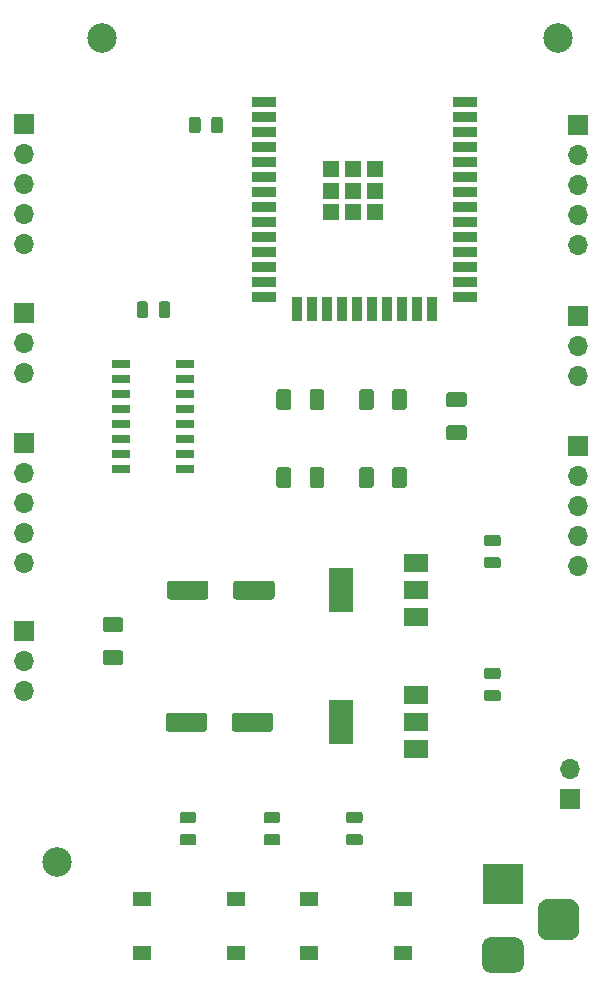
<source format=gbr>
G04 #@! TF.GenerationSoftware,KiCad,Pcbnew,5.1.5+dfsg1-2build2*
G04 #@! TF.CreationDate,2021-12-20T11:22:31-05:00*
G04 #@! TF.ProjectId,pro_SE_DCM,70726f5f-5345-45f4-9443-4d2e6b696361,rev?*
G04 #@! TF.SameCoordinates,Original*
G04 #@! TF.FileFunction,Soldermask,Top*
G04 #@! TF.FilePolarity,Negative*
%FSLAX46Y46*%
G04 Gerber Fmt 4.6, Leading zero omitted, Abs format (unit mm)*
G04 Created by KiCad (PCBNEW 5.1.5+dfsg1-2build2) date 2021-12-20 11:22:31*
%MOMM*%
%LPD*%
G04 APERTURE LIST*
%ADD10C,2.500000*%
%ADD11R,1.550000X1.300000*%
%ADD12C,0.100000*%
%ADD13R,1.700000X1.700000*%
%ADD14O,1.700000X1.700000*%
%ADD15R,3.500000X3.500000*%
%ADD16R,2.000000X3.800000*%
%ADD17R,2.000000X1.500000*%
%ADD18R,2.000000X0.900000*%
%ADD19R,0.900000X2.000000*%
%ADD20R,1.330000X1.330000*%
%ADD21R,1.525000X0.650000*%
G04 APERTURE END LIST*
D10*
X84709000Y-80899000D03*
X80899000Y-150622000D03*
X123317000Y-80899000D03*
D11*
X102197000Y-153833000D03*
X102197000Y-158333000D03*
X110147000Y-158333000D03*
X110147000Y-153833000D03*
X96050000Y-153833000D03*
X96050000Y-158333000D03*
X88100000Y-158333000D03*
X88100000Y-153833000D03*
D12*
G36*
X92428142Y-148279174D02*
G01*
X92451803Y-148282684D01*
X92475007Y-148288496D01*
X92497529Y-148296554D01*
X92519153Y-148306782D01*
X92539670Y-148319079D01*
X92558883Y-148333329D01*
X92576607Y-148349393D01*
X92592671Y-148367117D01*
X92606921Y-148386330D01*
X92619218Y-148406847D01*
X92629446Y-148428471D01*
X92637504Y-148450993D01*
X92643316Y-148474197D01*
X92646826Y-148497858D01*
X92648000Y-148521750D01*
X92648000Y-149009250D01*
X92646826Y-149033142D01*
X92643316Y-149056803D01*
X92637504Y-149080007D01*
X92629446Y-149102529D01*
X92619218Y-149124153D01*
X92606921Y-149144670D01*
X92592671Y-149163883D01*
X92576607Y-149181607D01*
X92558883Y-149197671D01*
X92539670Y-149211921D01*
X92519153Y-149224218D01*
X92497529Y-149234446D01*
X92475007Y-149242504D01*
X92451803Y-149248316D01*
X92428142Y-149251826D01*
X92404250Y-149253000D01*
X91491750Y-149253000D01*
X91467858Y-149251826D01*
X91444197Y-149248316D01*
X91420993Y-149242504D01*
X91398471Y-149234446D01*
X91376847Y-149224218D01*
X91356330Y-149211921D01*
X91337117Y-149197671D01*
X91319393Y-149181607D01*
X91303329Y-149163883D01*
X91289079Y-149144670D01*
X91276782Y-149124153D01*
X91266554Y-149102529D01*
X91258496Y-149080007D01*
X91252684Y-149056803D01*
X91249174Y-149033142D01*
X91248000Y-149009250D01*
X91248000Y-148521750D01*
X91249174Y-148497858D01*
X91252684Y-148474197D01*
X91258496Y-148450993D01*
X91266554Y-148428471D01*
X91276782Y-148406847D01*
X91289079Y-148386330D01*
X91303329Y-148367117D01*
X91319393Y-148349393D01*
X91337117Y-148333329D01*
X91356330Y-148319079D01*
X91376847Y-148306782D01*
X91398471Y-148296554D01*
X91420993Y-148288496D01*
X91444197Y-148282684D01*
X91467858Y-148279174D01*
X91491750Y-148278000D01*
X92404250Y-148278000D01*
X92428142Y-148279174D01*
G37*
G36*
X92428142Y-146404174D02*
G01*
X92451803Y-146407684D01*
X92475007Y-146413496D01*
X92497529Y-146421554D01*
X92519153Y-146431782D01*
X92539670Y-146444079D01*
X92558883Y-146458329D01*
X92576607Y-146474393D01*
X92592671Y-146492117D01*
X92606921Y-146511330D01*
X92619218Y-146531847D01*
X92629446Y-146553471D01*
X92637504Y-146575993D01*
X92643316Y-146599197D01*
X92646826Y-146622858D01*
X92648000Y-146646750D01*
X92648000Y-147134250D01*
X92646826Y-147158142D01*
X92643316Y-147181803D01*
X92637504Y-147205007D01*
X92629446Y-147227529D01*
X92619218Y-147249153D01*
X92606921Y-147269670D01*
X92592671Y-147288883D01*
X92576607Y-147306607D01*
X92558883Y-147322671D01*
X92539670Y-147336921D01*
X92519153Y-147349218D01*
X92497529Y-147359446D01*
X92475007Y-147367504D01*
X92451803Y-147373316D01*
X92428142Y-147376826D01*
X92404250Y-147378000D01*
X91491750Y-147378000D01*
X91467858Y-147376826D01*
X91444197Y-147373316D01*
X91420993Y-147367504D01*
X91398471Y-147359446D01*
X91376847Y-147349218D01*
X91356330Y-147336921D01*
X91337117Y-147322671D01*
X91319393Y-147306607D01*
X91303329Y-147288883D01*
X91289079Y-147269670D01*
X91276782Y-147249153D01*
X91266554Y-147227529D01*
X91258496Y-147205007D01*
X91252684Y-147181803D01*
X91249174Y-147158142D01*
X91248000Y-147134250D01*
X91248000Y-146646750D01*
X91249174Y-146622858D01*
X91252684Y-146599197D01*
X91258496Y-146575993D01*
X91266554Y-146553471D01*
X91276782Y-146531847D01*
X91289079Y-146511330D01*
X91303329Y-146492117D01*
X91319393Y-146474393D01*
X91337117Y-146458329D01*
X91356330Y-146444079D01*
X91376847Y-146431782D01*
X91398471Y-146421554D01*
X91420993Y-146413496D01*
X91444197Y-146407684D01*
X91467858Y-146404174D01*
X91491750Y-146403000D01*
X92404250Y-146403000D01*
X92428142Y-146404174D01*
G37*
G36*
X106525142Y-148279174D02*
G01*
X106548803Y-148282684D01*
X106572007Y-148288496D01*
X106594529Y-148296554D01*
X106616153Y-148306782D01*
X106636670Y-148319079D01*
X106655883Y-148333329D01*
X106673607Y-148349393D01*
X106689671Y-148367117D01*
X106703921Y-148386330D01*
X106716218Y-148406847D01*
X106726446Y-148428471D01*
X106734504Y-148450993D01*
X106740316Y-148474197D01*
X106743826Y-148497858D01*
X106745000Y-148521750D01*
X106745000Y-149009250D01*
X106743826Y-149033142D01*
X106740316Y-149056803D01*
X106734504Y-149080007D01*
X106726446Y-149102529D01*
X106716218Y-149124153D01*
X106703921Y-149144670D01*
X106689671Y-149163883D01*
X106673607Y-149181607D01*
X106655883Y-149197671D01*
X106636670Y-149211921D01*
X106616153Y-149224218D01*
X106594529Y-149234446D01*
X106572007Y-149242504D01*
X106548803Y-149248316D01*
X106525142Y-149251826D01*
X106501250Y-149253000D01*
X105588750Y-149253000D01*
X105564858Y-149251826D01*
X105541197Y-149248316D01*
X105517993Y-149242504D01*
X105495471Y-149234446D01*
X105473847Y-149224218D01*
X105453330Y-149211921D01*
X105434117Y-149197671D01*
X105416393Y-149181607D01*
X105400329Y-149163883D01*
X105386079Y-149144670D01*
X105373782Y-149124153D01*
X105363554Y-149102529D01*
X105355496Y-149080007D01*
X105349684Y-149056803D01*
X105346174Y-149033142D01*
X105345000Y-149009250D01*
X105345000Y-148521750D01*
X105346174Y-148497858D01*
X105349684Y-148474197D01*
X105355496Y-148450993D01*
X105363554Y-148428471D01*
X105373782Y-148406847D01*
X105386079Y-148386330D01*
X105400329Y-148367117D01*
X105416393Y-148349393D01*
X105434117Y-148333329D01*
X105453330Y-148319079D01*
X105473847Y-148306782D01*
X105495471Y-148296554D01*
X105517993Y-148288496D01*
X105541197Y-148282684D01*
X105564858Y-148279174D01*
X105588750Y-148278000D01*
X106501250Y-148278000D01*
X106525142Y-148279174D01*
G37*
G36*
X106525142Y-146404174D02*
G01*
X106548803Y-146407684D01*
X106572007Y-146413496D01*
X106594529Y-146421554D01*
X106616153Y-146431782D01*
X106636670Y-146444079D01*
X106655883Y-146458329D01*
X106673607Y-146474393D01*
X106689671Y-146492117D01*
X106703921Y-146511330D01*
X106716218Y-146531847D01*
X106726446Y-146553471D01*
X106734504Y-146575993D01*
X106740316Y-146599197D01*
X106743826Y-146622858D01*
X106745000Y-146646750D01*
X106745000Y-147134250D01*
X106743826Y-147158142D01*
X106740316Y-147181803D01*
X106734504Y-147205007D01*
X106726446Y-147227529D01*
X106716218Y-147249153D01*
X106703921Y-147269670D01*
X106689671Y-147288883D01*
X106673607Y-147306607D01*
X106655883Y-147322671D01*
X106636670Y-147336921D01*
X106616153Y-147349218D01*
X106594529Y-147359446D01*
X106572007Y-147367504D01*
X106548803Y-147373316D01*
X106525142Y-147376826D01*
X106501250Y-147378000D01*
X105588750Y-147378000D01*
X105564858Y-147376826D01*
X105541197Y-147373316D01*
X105517993Y-147367504D01*
X105495471Y-147359446D01*
X105473847Y-147349218D01*
X105453330Y-147336921D01*
X105434117Y-147322671D01*
X105416393Y-147306607D01*
X105400329Y-147288883D01*
X105386079Y-147269670D01*
X105373782Y-147249153D01*
X105363554Y-147227529D01*
X105355496Y-147205007D01*
X105349684Y-147181803D01*
X105346174Y-147158142D01*
X105345000Y-147134250D01*
X105345000Y-146646750D01*
X105346174Y-146622858D01*
X105349684Y-146599197D01*
X105355496Y-146575993D01*
X105363554Y-146553471D01*
X105373782Y-146531847D01*
X105386079Y-146511330D01*
X105400329Y-146492117D01*
X105416393Y-146474393D01*
X105434117Y-146458329D01*
X105453330Y-146444079D01*
X105473847Y-146431782D01*
X105495471Y-146421554D01*
X105517993Y-146413496D01*
X105541197Y-146407684D01*
X105564858Y-146404174D01*
X105588750Y-146403000D01*
X106501250Y-146403000D01*
X106525142Y-146404174D01*
G37*
G36*
X99540142Y-146404174D02*
G01*
X99563803Y-146407684D01*
X99587007Y-146413496D01*
X99609529Y-146421554D01*
X99631153Y-146431782D01*
X99651670Y-146444079D01*
X99670883Y-146458329D01*
X99688607Y-146474393D01*
X99704671Y-146492117D01*
X99718921Y-146511330D01*
X99731218Y-146531847D01*
X99741446Y-146553471D01*
X99749504Y-146575993D01*
X99755316Y-146599197D01*
X99758826Y-146622858D01*
X99760000Y-146646750D01*
X99760000Y-147134250D01*
X99758826Y-147158142D01*
X99755316Y-147181803D01*
X99749504Y-147205007D01*
X99741446Y-147227529D01*
X99731218Y-147249153D01*
X99718921Y-147269670D01*
X99704671Y-147288883D01*
X99688607Y-147306607D01*
X99670883Y-147322671D01*
X99651670Y-147336921D01*
X99631153Y-147349218D01*
X99609529Y-147359446D01*
X99587007Y-147367504D01*
X99563803Y-147373316D01*
X99540142Y-147376826D01*
X99516250Y-147378000D01*
X98603750Y-147378000D01*
X98579858Y-147376826D01*
X98556197Y-147373316D01*
X98532993Y-147367504D01*
X98510471Y-147359446D01*
X98488847Y-147349218D01*
X98468330Y-147336921D01*
X98449117Y-147322671D01*
X98431393Y-147306607D01*
X98415329Y-147288883D01*
X98401079Y-147269670D01*
X98388782Y-147249153D01*
X98378554Y-147227529D01*
X98370496Y-147205007D01*
X98364684Y-147181803D01*
X98361174Y-147158142D01*
X98360000Y-147134250D01*
X98360000Y-146646750D01*
X98361174Y-146622858D01*
X98364684Y-146599197D01*
X98370496Y-146575993D01*
X98378554Y-146553471D01*
X98388782Y-146531847D01*
X98401079Y-146511330D01*
X98415329Y-146492117D01*
X98431393Y-146474393D01*
X98449117Y-146458329D01*
X98468330Y-146444079D01*
X98488847Y-146431782D01*
X98510471Y-146421554D01*
X98532993Y-146413496D01*
X98556197Y-146407684D01*
X98579858Y-146404174D01*
X98603750Y-146403000D01*
X99516250Y-146403000D01*
X99540142Y-146404174D01*
G37*
G36*
X99540142Y-148279174D02*
G01*
X99563803Y-148282684D01*
X99587007Y-148288496D01*
X99609529Y-148296554D01*
X99631153Y-148306782D01*
X99651670Y-148319079D01*
X99670883Y-148333329D01*
X99688607Y-148349393D01*
X99704671Y-148367117D01*
X99718921Y-148386330D01*
X99731218Y-148406847D01*
X99741446Y-148428471D01*
X99749504Y-148450993D01*
X99755316Y-148474197D01*
X99758826Y-148497858D01*
X99760000Y-148521750D01*
X99760000Y-149009250D01*
X99758826Y-149033142D01*
X99755316Y-149056803D01*
X99749504Y-149080007D01*
X99741446Y-149102529D01*
X99731218Y-149124153D01*
X99718921Y-149144670D01*
X99704671Y-149163883D01*
X99688607Y-149181607D01*
X99670883Y-149197671D01*
X99651670Y-149211921D01*
X99631153Y-149224218D01*
X99609529Y-149234446D01*
X99587007Y-149242504D01*
X99563803Y-149248316D01*
X99540142Y-149251826D01*
X99516250Y-149253000D01*
X98603750Y-149253000D01*
X98579858Y-149251826D01*
X98556197Y-149248316D01*
X98532993Y-149242504D01*
X98510471Y-149234446D01*
X98488847Y-149224218D01*
X98468330Y-149211921D01*
X98449117Y-149197671D01*
X98431393Y-149181607D01*
X98415329Y-149163883D01*
X98401079Y-149144670D01*
X98388782Y-149124153D01*
X98378554Y-149102529D01*
X98370496Y-149080007D01*
X98364684Y-149056803D01*
X98361174Y-149033142D01*
X98360000Y-149009250D01*
X98360000Y-148521750D01*
X98361174Y-148497858D01*
X98364684Y-148474197D01*
X98370496Y-148450993D01*
X98378554Y-148428471D01*
X98388782Y-148406847D01*
X98401079Y-148386330D01*
X98415329Y-148367117D01*
X98431393Y-148349393D01*
X98449117Y-148333329D01*
X98468330Y-148319079D01*
X98488847Y-148306782D01*
X98510471Y-148296554D01*
X98532993Y-148288496D01*
X98556197Y-148282684D01*
X98579858Y-148279174D01*
X98603750Y-148278000D01*
X99516250Y-148278000D01*
X99540142Y-148279174D01*
G37*
G36*
X118209142Y-134212174D02*
G01*
X118232803Y-134215684D01*
X118256007Y-134221496D01*
X118278529Y-134229554D01*
X118300153Y-134239782D01*
X118320670Y-134252079D01*
X118339883Y-134266329D01*
X118357607Y-134282393D01*
X118373671Y-134300117D01*
X118387921Y-134319330D01*
X118400218Y-134339847D01*
X118410446Y-134361471D01*
X118418504Y-134383993D01*
X118424316Y-134407197D01*
X118427826Y-134430858D01*
X118429000Y-134454750D01*
X118429000Y-134942250D01*
X118427826Y-134966142D01*
X118424316Y-134989803D01*
X118418504Y-135013007D01*
X118410446Y-135035529D01*
X118400218Y-135057153D01*
X118387921Y-135077670D01*
X118373671Y-135096883D01*
X118357607Y-135114607D01*
X118339883Y-135130671D01*
X118320670Y-135144921D01*
X118300153Y-135157218D01*
X118278529Y-135167446D01*
X118256007Y-135175504D01*
X118232803Y-135181316D01*
X118209142Y-135184826D01*
X118185250Y-135186000D01*
X117272750Y-135186000D01*
X117248858Y-135184826D01*
X117225197Y-135181316D01*
X117201993Y-135175504D01*
X117179471Y-135167446D01*
X117157847Y-135157218D01*
X117137330Y-135144921D01*
X117118117Y-135130671D01*
X117100393Y-135114607D01*
X117084329Y-135096883D01*
X117070079Y-135077670D01*
X117057782Y-135057153D01*
X117047554Y-135035529D01*
X117039496Y-135013007D01*
X117033684Y-134989803D01*
X117030174Y-134966142D01*
X117029000Y-134942250D01*
X117029000Y-134454750D01*
X117030174Y-134430858D01*
X117033684Y-134407197D01*
X117039496Y-134383993D01*
X117047554Y-134361471D01*
X117057782Y-134339847D01*
X117070079Y-134319330D01*
X117084329Y-134300117D01*
X117100393Y-134282393D01*
X117118117Y-134266329D01*
X117137330Y-134252079D01*
X117157847Y-134239782D01*
X117179471Y-134229554D01*
X117201993Y-134221496D01*
X117225197Y-134215684D01*
X117248858Y-134212174D01*
X117272750Y-134211000D01*
X118185250Y-134211000D01*
X118209142Y-134212174D01*
G37*
G36*
X118209142Y-136087174D02*
G01*
X118232803Y-136090684D01*
X118256007Y-136096496D01*
X118278529Y-136104554D01*
X118300153Y-136114782D01*
X118320670Y-136127079D01*
X118339883Y-136141329D01*
X118357607Y-136157393D01*
X118373671Y-136175117D01*
X118387921Y-136194330D01*
X118400218Y-136214847D01*
X118410446Y-136236471D01*
X118418504Y-136258993D01*
X118424316Y-136282197D01*
X118427826Y-136305858D01*
X118429000Y-136329750D01*
X118429000Y-136817250D01*
X118427826Y-136841142D01*
X118424316Y-136864803D01*
X118418504Y-136888007D01*
X118410446Y-136910529D01*
X118400218Y-136932153D01*
X118387921Y-136952670D01*
X118373671Y-136971883D01*
X118357607Y-136989607D01*
X118339883Y-137005671D01*
X118320670Y-137019921D01*
X118300153Y-137032218D01*
X118278529Y-137042446D01*
X118256007Y-137050504D01*
X118232803Y-137056316D01*
X118209142Y-137059826D01*
X118185250Y-137061000D01*
X117272750Y-137061000D01*
X117248858Y-137059826D01*
X117225197Y-137056316D01*
X117201993Y-137050504D01*
X117179471Y-137042446D01*
X117157847Y-137032218D01*
X117137330Y-137019921D01*
X117118117Y-137005671D01*
X117100393Y-136989607D01*
X117084329Y-136971883D01*
X117070079Y-136952670D01*
X117057782Y-136932153D01*
X117047554Y-136910529D01*
X117039496Y-136888007D01*
X117033684Y-136864803D01*
X117030174Y-136841142D01*
X117029000Y-136817250D01*
X117029000Y-136329750D01*
X117030174Y-136305858D01*
X117033684Y-136282197D01*
X117039496Y-136258993D01*
X117047554Y-136236471D01*
X117057782Y-136214847D01*
X117070079Y-136194330D01*
X117084329Y-136175117D01*
X117100393Y-136157393D01*
X117118117Y-136141329D01*
X117137330Y-136127079D01*
X117157847Y-136114782D01*
X117179471Y-136104554D01*
X117201993Y-136096496D01*
X117225197Y-136090684D01*
X117248858Y-136087174D01*
X117272750Y-136086000D01*
X118185250Y-136086000D01*
X118209142Y-136087174D01*
G37*
G36*
X93466865Y-126836202D02*
G01*
X93491095Y-126839796D01*
X93514855Y-126845748D01*
X93537918Y-126854000D01*
X93560061Y-126864472D01*
X93581070Y-126877065D01*
X93600745Y-126891657D01*
X93618894Y-126908106D01*
X93635343Y-126926255D01*
X93649935Y-126945930D01*
X93662528Y-126966939D01*
X93673000Y-126989082D01*
X93681252Y-127012145D01*
X93687204Y-127035905D01*
X93690798Y-127060135D01*
X93692000Y-127084600D01*
X93692000Y-128185400D01*
X93690798Y-128209865D01*
X93687204Y-128234095D01*
X93681252Y-128257855D01*
X93673000Y-128280918D01*
X93662528Y-128303061D01*
X93649935Y-128324070D01*
X93635343Y-128343745D01*
X93618894Y-128361894D01*
X93600745Y-128378343D01*
X93581070Y-128392935D01*
X93560061Y-128405528D01*
X93537918Y-128416000D01*
X93514855Y-128424252D01*
X93491095Y-128430204D01*
X93466865Y-128433798D01*
X93442400Y-128435000D01*
X90441600Y-128435000D01*
X90417135Y-128433798D01*
X90392905Y-128430204D01*
X90369145Y-128424252D01*
X90346082Y-128416000D01*
X90323939Y-128405528D01*
X90302930Y-128392935D01*
X90283255Y-128378343D01*
X90265106Y-128361894D01*
X90248657Y-128343745D01*
X90234065Y-128324070D01*
X90221472Y-128303061D01*
X90211000Y-128280918D01*
X90202748Y-128257855D01*
X90196796Y-128234095D01*
X90193202Y-128209865D01*
X90192000Y-128185400D01*
X90192000Y-127084600D01*
X90193202Y-127060135D01*
X90196796Y-127035905D01*
X90202748Y-127012145D01*
X90211000Y-126989082D01*
X90221472Y-126966939D01*
X90234065Y-126945930D01*
X90248657Y-126926255D01*
X90265106Y-126908106D01*
X90283255Y-126891657D01*
X90302930Y-126877065D01*
X90323939Y-126864472D01*
X90346082Y-126854000D01*
X90369145Y-126845748D01*
X90392905Y-126839796D01*
X90417135Y-126836202D01*
X90441600Y-126835000D01*
X93442400Y-126835000D01*
X93466865Y-126836202D01*
G37*
G36*
X99066504Y-126836204D02*
G01*
X99090773Y-126839804D01*
X99114571Y-126845765D01*
X99137671Y-126854030D01*
X99159849Y-126864520D01*
X99180893Y-126877133D01*
X99200598Y-126891747D01*
X99218777Y-126908223D01*
X99235253Y-126926402D01*
X99249867Y-126946107D01*
X99262480Y-126967151D01*
X99272970Y-126989329D01*
X99281235Y-127012429D01*
X99287196Y-127036227D01*
X99290796Y-127060496D01*
X99292000Y-127085000D01*
X99292000Y-128185000D01*
X99290796Y-128209504D01*
X99287196Y-128233773D01*
X99281235Y-128257571D01*
X99272970Y-128280671D01*
X99262480Y-128302849D01*
X99249867Y-128323893D01*
X99235253Y-128343598D01*
X99218777Y-128361777D01*
X99200598Y-128378253D01*
X99180893Y-128392867D01*
X99159849Y-128405480D01*
X99137671Y-128415970D01*
X99114571Y-128424235D01*
X99090773Y-128430196D01*
X99066504Y-128433796D01*
X99042000Y-128435000D01*
X96042000Y-128435000D01*
X96017496Y-128433796D01*
X95993227Y-128430196D01*
X95969429Y-128424235D01*
X95946329Y-128415970D01*
X95924151Y-128405480D01*
X95903107Y-128392867D01*
X95883402Y-128378253D01*
X95865223Y-128361777D01*
X95848747Y-128343598D01*
X95834133Y-128323893D01*
X95821520Y-128302849D01*
X95811030Y-128280671D01*
X95802765Y-128257571D01*
X95796804Y-128233773D01*
X95793204Y-128209504D01*
X95792000Y-128185000D01*
X95792000Y-127085000D01*
X95793204Y-127060496D01*
X95796804Y-127036227D01*
X95802765Y-127012429D01*
X95811030Y-126989329D01*
X95821520Y-126967151D01*
X95834133Y-126946107D01*
X95848747Y-126926402D01*
X95865223Y-126908223D01*
X95883402Y-126891747D01*
X95903107Y-126877133D01*
X95924151Y-126864520D01*
X95946329Y-126854030D01*
X95969429Y-126845765D01*
X95993227Y-126839804D01*
X96017496Y-126836204D01*
X96042000Y-126835000D01*
X99042000Y-126835000D01*
X99066504Y-126836204D01*
G37*
G36*
X118209142Y-122957674D02*
G01*
X118232803Y-122961184D01*
X118256007Y-122966996D01*
X118278529Y-122975054D01*
X118300153Y-122985282D01*
X118320670Y-122997579D01*
X118339883Y-123011829D01*
X118357607Y-123027893D01*
X118373671Y-123045617D01*
X118387921Y-123064830D01*
X118400218Y-123085347D01*
X118410446Y-123106971D01*
X118418504Y-123129493D01*
X118424316Y-123152697D01*
X118427826Y-123176358D01*
X118429000Y-123200250D01*
X118429000Y-123687750D01*
X118427826Y-123711642D01*
X118424316Y-123735303D01*
X118418504Y-123758507D01*
X118410446Y-123781029D01*
X118400218Y-123802653D01*
X118387921Y-123823170D01*
X118373671Y-123842383D01*
X118357607Y-123860107D01*
X118339883Y-123876171D01*
X118320670Y-123890421D01*
X118300153Y-123902718D01*
X118278529Y-123912946D01*
X118256007Y-123921004D01*
X118232803Y-123926816D01*
X118209142Y-123930326D01*
X118185250Y-123931500D01*
X117272750Y-123931500D01*
X117248858Y-123930326D01*
X117225197Y-123926816D01*
X117201993Y-123921004D01*
X117179471Y-123912946D01*
X117157847Y-123902718D01*
X117137330Y-123890421D01*
X117118117Y-123876171D01*
X117100393Y-123860107D01*
X117084329Y-123842383D01*
X117070079Y-123823170D01*
X117057782Y-123802653D01*
X117047554Y-123781029D01*
X117039496Y-123758507D01*
X117033684Y-123735303D01*
X117030174Y-123711642D01*
X117029000Y-123687750D01*
X117029000Y-123200250D01*
X117030174Y-123176358D01*
X117033684Y-123152697D01*
X117039496Y-123129493D01*
X117047554Y-123106971D01*
X117057782Y-123085347D01*
X117070079Y-123064830D01*
X117084329Y-123045617D01*
X117100393Y-123027893D01*
X117118117Y-123011829D01*
X117137330Y-122997579D01*
X117157847Y-122985282D01*
X117179471Y-122975054D01*
X117201993Y-122966996D01*
X117225197Y-122961184D01*
X117248858Y-122957674D01*
X117272750Y-122956500D01*
X118185250Y-122956500D01*
X118209142Y-122957674D01*
G37*
G36*
X118209142Y-124832674D02*
G01*
X118232803Y-124836184D01*
X118256007Y-124841996D01*
X118278529Y-124850054D01*
X118300153Y-124860282D01*
X118320670Y-124872579D01*
X118339883Y-124886829D01*
X118357607Y-124902893D01*
X118373671Y-124920617D01*
X118387921Y-124939830D01*
X118400218Y-124960347D01*
X118410446Y-124981971D01*
X118418504Y-125004493D01*
X118424316Y-125027697D01*
X118427826Y-125051358D01*
X118429000Y-125075250D01*
X118429000Y-125562750D01*
X118427826Y-125586642D01*
X118424316Y-125610303D01*
X118418504Y-125633507D01*
X118410446Y-125656029D01*
X118400218Y-125677653D01*
X118387921Y-125698170D01*
X118373671Y-125717383D01*
X118357607Y-125735107D01*
X118339883Y-125751171D01*
X118320670Y-125765421D01*
X118300153Y-125777718D01*
X118278529Y-125787946D01*
X118256007Y-125796004D01*
X118232803Y-125801816D01*
X118209142Y-125805326D01*
X118185250Y-125806500D01*
X117272750Y-125806500D01*
X117248858Y-125805326D01*
X117225197Y-125801816D01*
X117201993Y-125796004D01*
X117179471Y-125787946D01*
X117157847Y-125777718D01*
X117137330Y-125765421D01*
X117118117Y-125751171D01*
X117100393Y-125735107D01*
X117084329Y-125717383D01*
X117070079Y-125698170D01*
X117057782Y-125677653D01*
X117047554Y-125656029D01*
X117039496Y-125633507D01*
X117033684Y-125610303D01*
X117030174Y-125586642D01*
X117029000Y-125562750D01*
X117029000Y-125075250D01*
X117030174Y-125051358D01*
X117033684Y-125027697D01*
X117039496Y-125004493D01*
X117047554Y-124981971D01*
X117057782Y-124960347D01*
X117070079Y-124939830D01*
X117084329Y-124920617D01*
X117100393Y-124902893D01*
X117118117Y-124886829D01*
X117137330Y-124872579D01*
X117157847Y-124860282D01*
X117179471Y-124850054D01*
X117201993Y-124841996D01*
X117225197Y-124836184D01*
X117248858Y-124832674D01*
X117272750Y-124831500D01*
X118185250Y-124831500D01*
X118209142Y-124832674D01*
G37*
G36*
X98939504Y-138012204D02*
G01*
X98963773Y-138015804D01*
X98987571Y-138021765D01*
X99010671Y-138030030D01*
X99032849Y-138040520D01*
X99053893Y-138053133D01*
X99073598Y-138067747D01*
X99091777Y-138084223D01*
X99108253Y-138102402D01*
X99122867Y-138122107D01*
X99135480Y-138143151D01*
X99145970Y-138165329D01*
X99154235Y-138188429D01*
X99160196Y-138212227D01*
X99163796Y-138236496D01*
X99165000Y-138261000D01*
X99165000Y-139361000D01*
X99163796Y-139385504D01*
X99160196Y-139409773D01*
X99154235Y-139433571D01*
X99145970Y-139456671D01*
X99135480Y-139478849D01*
X99122867Y-139499893D01*
X99108253Y-139519598D01*
X99091777Y-139537777D01*
X99073598Y-139554253D01*
X99053893Y-139568867D01*
X99032849Y-139581480D01*
X99010671Y-139591970D01*
X98987571Y-139600235D01*
X98963773Y-139606196D01*
X98939504Y-139609796D01*
X98915000Y-139611000D01*
X95915000Y-139611000D01*
X95890496Y-139609796D01*
X95866227Y-139606196D01*
X95842429Y-139600235D01*
X95819329Y-139591970D01*
X95797151Y-139581480D01*
X95776107Y-139568867D01*
X95756402Y-139554253D01*
X95738223Y-139537777D01*
X95721747Y-139519598D01*
X95707133Y-139499893D01*
X95694520Y-139478849D01*
X95684030Y-139456671D01*
X95675765Y-139433571D01*
X95669804Y-139409773D01*
X95666204Y-139385504D01*
X95665000Y-139361000D01*
X95665000Y-138261000D01*
X95666204Y-138236496D01*
X95669804Y-138212227D01*
X95675765Y-138188429D01*
X95684030Y-138165329D01*
X95694520Y-138143151D01*
X95707133Y-138122107D01*
X95721747Y-138102402D01*
X95738223Y-138084223D01*
X95756402Y-138067747D01*
X95776107Y-138053133D01*
X95797151Y-138040520D01*
X95819329Y-138030030D01*
X95842429Y-138021765D01*
X95866227Y-138015804D01*
X95890496Y-138012204D01*
X95915000Y-138011000D01*
X98915000Y-138011000D01*
X98939504Y-138012204D01*
G37*
G36*
X93339865Y-138012202D02*
G01*
X93364095Y-138015796D01*
X93387855Y-138021748D01*
X93410918Y-138030000D01*
X93433061Y-138040472D01*
X93454070Y-138053065D01*
X93473745Y-138067657D01*
X93491894Y-138084106D01*
X93508343Y-138102255D01*
X93522935Y-138121930D01*
X93535528Y-138142939D01*
X93546000Y-138165082D01*
X93554252Y-138188145D01*
X93560204Y-138211905D01*
X93563798Y-138236135D01*
X93565000Y-138260600D01*
X93565000Y-139361400D01*
X93563798Y-139385865D01*
X93560204Y-139410095D01*
X93554252Y-139433855D01*
X93546000Y-139456918D01*
X93535528Y-139479061D01*
X93522935Y-139500070D01*
X93508343Y-139519745D01*
X93491894Y-139537894D01*
X93473745Y-139554343D01*
X93454070Y-139568935D01*
X93433061Y-139581528D01*
X93410918Y-139592000D01*
X93387855Y-139600252D01*
X93364095Y-139606204D01*
X93339865Y-139609798D01*
X93315400Y-139611000D01*
X90314600Y-139611000D01*
X90290135Y-139609798D01*
X90265905Y-139606204D01*
X90242145Y-139600252D01*
X90219082Y-139592000D01*
X90196939Y-139581528D01*
X90175930Y-139568935D01*
X90156255Y-139554343D01*
X90138106Y-139537894D01*
X90121657Y-139519745D01*
X90107065Y-139500070D01*
X90094472Y-139479061D01*
X90084000Y-139456918D01*
X90075748Y-139433855D01*
X90069796Y-139410095D01*
X90066202Y-139385865D01*
X90065000Y-139361400D01*
X90065000Y-138260600D01*
X90066202Y-138236135D01*
X90069796Y-138211905D01*
X90075748Y-138188145D01*
X90084000Y-138165082D01*
X90094472Y-138142939D01*
X90107065Y-138121930D01*
X90121657Y-138102255D01*
X90138106Y-138084106D01*
X90156255Y-138067657D01*
X90175930Y-138053065D01*
X90196939Y-138040472D01*
X90219082Y-138030000D01*
X90242145Y-138021748D01*
X90265905Y-138015796D01*
X90290135Y-138012202D01*
X90314600Y-138011000D01*
X93315400Y-138011000D01*
X93339865Y-138012202D01*
G37*
G36*
X88357142Y-103187174D02*
G01*
X88380803Y-103190684D01*
X88404007Y-103196496D01*
X88426529Y-103204554D01*
X88448153Y-103214782D01*
X88468670Y-103227079D01*
X88487883Y-103241329D01*
X88505607Y-103257393D01*
X88521671Y-103275117D01*
X88535921Y-103294330D01*
X88548218Y-103314847D01*
X88558446Y-103336471D01*
X88566504Y-103358993D01*
X88572316Y-103382197D01*
X88575826Y-103405858D01*
X88577000Y-103429750D01*
X88577000Y-104342250D01*
X88575826Y-104366142D01*
X88572316Y-104389803D01*
X88566504Y-104413007D01*
X88558446Y-104435529D01*
X88548218Y-104457153D01*
X88535921Y-104477670D01*
X88521671Y-104496883D01*
X88505607Y-104514607D01*
X88487883Y-104530671D01*
X88468670Y-104544921D01*
X88448153Y-104557218D01*
X88426529Y-104567446D01*
X88404007Y-104575504D01*
X88380803Y-104581316D01*
X88357142Y-104584826D01*
X88333250Y-104586000D01*
X87845750Y-104586000D01*
X87821858Y-104584826D01*
X87798197Y-104581316D01*
X87774993Y-104575504D01*
X87752471Y-104567446D01*
X87730847Y-104557218D01*
X87710330Y-104544921D01*
X87691117Y-104530671D01*
X87673393Y-104514607D01*
X87657329Y-104496883D01*
X87643079Y-104477670D01*
X87630782Y-104457153D01*
X87620554Y-104435529D01*
X87612496Y-104413007D01*
X87606684Y-104389803D01*
X87603174Y-104366142D01*
X87602000Y-104342250D01*
X87602000Y-103429750D01*
X87603174Y-103405858D01*
X87606684Y-103382197D01*
X87612496Y-103358993D01*
X87620554Y-103336471D01*
X87630782Y-103314847D01*
X87643079Y-103294330D01*
X87657329Y-103275117D01*
X87673393Y-103257393D01*
X87691117Y-103241329D01*
X87710330Y-103227079D01*
X87730847Y-103214782D01*
X87752471Y-103204554D01*
X87774993Y-103196496D01*
X87798197Y-103190684D01*
X87821858Y-103187174D01*
X87845750Y-103186000D01*
X88333250Y-103186000D01*
X88357142Y-103187174D01*
G37*
G36*
X90232142Y-103187174D02*
G01*
X90255803Y-103190684D01*
X90279007Y-103196496D01*
X90301529Y-103204554D01*
X90323153Y-103214782D01*
X90343670Y-103227079D01*
X90362883Y-103241329D01*
X90380607Y-103257393D01*
X90396671Y-103275117D01*
X90410921Y-103294330D01*
X90423218Y-103314847D01*
X90433446Y-103336471D01*
X90441504Y-103358993D01*
X90447316Y-103382197D01*
X90450826Y-103405858D01*
X90452000Y-103429750D01*
X90452000Y-104342250D01*
X90450826Y-104366142D01*
X90447316Y-104389803D01*
X90441504Y-104413007D01*
X90433446Y-104435529D01*
X90423218Y-104457153D01*
X90410921Y-104477670D01*
X90396671Y-104496883D01*
X90380607Y-104514607D01*
X90362883Y-104530671D01*
X90343670Y-104544921D01*
X90323153Y-104557218D01*
X90301529Y-104567446D01*
X90279007Y-104575504D01*
X90255803Y-104581316D01*
X90232142Y-104584826D01*
X90208250Y-104586000D01*
X89720750Y-104586000D01*
X89696858Y-104584826D01*
X89673197Y-104581316D01*
X89649993Y-104575504D01*
X89627471Y-104567446D01*
X89605847Y-104557218D01*
X89585330Y-104544921D01*
X89566117Y-104530671D01*
X89548393Y-104514607D01*
X89532329Y-104496883D01*
X89518079Y-104477670D01*
X89505782Y-104457153D01*
X89495554Y-104435529D01*
X89487496Y-104413007D01*
X89481684Y-104389803D01*
X89478174Y-104366142D01*
X89477000Y-104342250D01*
X89477000Y-103429750D01*
X89478174Y-103405858D01*
X89481684Y-103382197D01*
X89487496Y-103358993D01*
X89495554Y-103336471D01*
X89505782Y-103314847D01*
X89518079Y-103294330D01*
X89532329Y-103275117D01*
X89548393Y-103257393D01*
X89566117Y-103241329D01*
X89585330Y-103227079D01*
X89605847Y-103214782D01*
X89627471Y-103204554D01*
X89649993Y-103196496D01*
X89673197Y-103190684D01*
X89696858Y-103187174D01*
X89720750Y-103186000D01*
X90208250Y-103186000D01*
X90232142Y-103187174D01*
G37*
G36*
X110257504Y-117236204D02*
G01*
X110281773Y-117239804D01*
X110305571Y-117245765D01*
X110328671Y-117254030D01*
X110350849Y-117264520D01*
X110371893Y-117277133D01*
X110391598Y-117291747D01*
X110409777Y-117308223D01*
X110426253Y-117326402D01*
X110440867Y-117346107D01*
X110453480Y-117367151D01*
X110463970Y-117389329D01*
X110472235Y-117412429D01*
X110478196Y-117436227D01*
X110481796Y-117460496D01*
X110483000Y-117485000D01*
X110483000Y-118735000D01*
X110481796Y-118759504D01*
X110478196Y-118783773D01*
X110472235Y-118807571D01*
X110463970Y-118830671D01*
X110453480Y-118852849D01*
X110440867Y-118873893D01*
X110426253Y-118893598D01*
X110409777Y-118911777D01*
X110391598Y-118928253D01*
X110371893Y-118942867D01*
X110350849Y-118955480D01*
X110328671Y-118965970D01*
X110305571Y-118974235D01*
X110281773Y-118980196D01*
X110257504Y-118983796D01*
X110233000Y-118985000D01*
X109483000Y-118985000D01*
X109458496Y-118983796D01*
X109434227Y-118980196D01*
X109410429Y-118974235D01*
X109387329Y-118965970D01*
X109365151Y-118955480D01*
X109344107Y-118942867D01*
X109324402Y-118928253D01*
X109306223Y-118911777D01*
X109289747Y-118893598D01*
X109275133Y-118873893D01*
X109262520Y-118852849D01*
X109252030Y-118830671D01*
X109243765Y-118807571D01*
X109237804Y-118783773D01*
X109234204Y-118759504D01*
X109233000Y-118735000D01*
X109233000Y-117485000D01*
X109234204Y-117460496D01*
X109237804Y-117436227D01*
X109243765Y-117412429D01*
X109252030Y-117389329D01*
X109262520Y-117367151D01*
X109275133Y-117346107D01*
X109289747Y-117326402D01*
X109306223Y-117308223D01*
X109324402Y-117291747D01*
X109344107Y-117277133D01*
X109365151Y-117264520D01*
X109387329Y-117254030D01*
X109410429Y-117245765D01*
X109434227Y-117239804D01*
X109458496Y-117236204D01*
X109483000Y-117235000D01*
X110233000Y-117235000D01*
X110257504Y-117236204D01*
G37*
G36*
X107457504Y-117236204D02*
G01*
X107481773Y-117239804D01*
X107505571Y-117245765D01*
X107528671Y-117254030D01*
X107550849Y-117264520D01*
X107571893Y-117277133D01*
X107591598Y-117291747D01*
X107609777Y-117308223D01*
X107626253Y-117326402D01*
X107640867Y-117346107D01*
X107653480Y-117367151D01*
X107663970Y-117389329D01*
X107672235Y-117412429D01*
X107678196Y-117436227D01*
X107681796Y-117460496D01*
X107683000Y-117485000D01*
X107683000Y-118735000D01*
X107681796Y-118759504D01*
X107678196Y-118783773D01*
X107672235Y-118807571D01*
X107663970Y-118830671D01*
X107653480Y-118852849D01*
X107640867Y-118873893D01*
X107626253Y-118893598D01*
X107609777Y-118911777D01*
X107591598Y-118928253D01*
X107571893Y-118942867D01*
X107550849Y-118955480D01*
X107528671Y-118965970D01*
X107505571Y-118974235D01*
X107481773Y-118980196D01*
X107457504Y-118983796D01*
X107433000Y-118985000D01*
X106683000Y-118985000D01*
X106658496Y-118983796D01*
X106634227Y-118980196D01*
X106610429Y-118974235D01*
X106587329Y-118965970D01*
X106565151Y-118955480D01*
X106544107Y-118942867D01*
X106524402Y-118928253D01*
X106506223Y-118911777D01*
X106489747Y-118893598D01*
X106475133Y-118873893D01*
X106462520Y-118852849D01*
X106452030Y-118830671D01*
X106443765Y-118807571D01*
X106437804Y-118783773D01*
X106434204Y-118759504D01*
X106433000Y-118735000D01*
X106433000Y-117485000D01*
X106434204Y-117460496D01*
X106437804Y-117436227D01*
X106443765Y-117412429D01*
X106452030Y-117389329D01*
X106462520Y-117367151D01*
X106475133Y-117346107D01*
X106489747Y-117326402D01*
X106506223Y-117308223D01*
X106524402Y-117291747D01*
X106544107Y-117277133D01*
X106565151Y-117264520D01*
X106587329Y-117254030D01*
X106610429Y-117245765D01*
X106634227Y-117239804D01*
X106658496Y-117236204D01*
X106683000Y-117235000D01*
X107433000Y-117235000D01*
X107457504Y-117236204D01*
G37*
G36*
X103272504Y-110632204D02*
G01*
X103296773Y-110635804D01*
X103320571Y-110641765D01*
X103343671Y-110650030D01*
X103365849Y-110660520D01*
X103386893Y-110673133D01*
X103406598Y-110687747D01*
X103424777Y-110704223D01*
X103441253Y-110722402D01*
X103455867Y-110742107D01*
X103468480Y-110763151D01*
X103478970Y-110785329D01*
X103487235Y-110808429D01*
X103493196Y-110832227D01*
X103496796Y-110856496D01*
X103498000Y-110881000D01*
X103498000Y-112131000D01*
X103496796Y-112155504D01*
X103493196Y-112179773D01*
X103487235Y-112203571D01*
X103478970Y-112226671D01*
X103468480Y-112248849D01*
X103455867Y-112269893D01*
X103441253Y-112289598D01*
X103424777Y-112307777D01*
X103406598Y-112324253D01*
X103386893Y-112338867D01*
X103365849Y-112351480D01*
X103343671Y-112361970D01*
X103320571Y-112370235D01*
X103296773Y-112376196D01*
X103272504Y-112379796D01*
X103248000Y-112381000D01*
X102498000Y-112381000D01*
X102473496Y-112379796D01*
X102449227Y-112376196D01*
X102425429Y-112370235D01*
X102402329Y-112361970D01*
X102380151Y-112351480D01*
X102359107Y-112338867D01*
X102339402Y-112324253D01*
X102321223Y-112307777D01*
X102304747Y-112289598D01*
X102290133Y-112269893D01*
X102277520Y-112248849D01*
X102267030Y-112226671D01*
X102258765Y-112203571D01*
X102252804Y-112179773D01*
X102249204Y-112155504D01*
X102248000Y-112131000D01*
X102248000Y-110881000D01*
X102249204Y-110856496D01*
X102252804Y-110832227D01*
X102258765Y-110808429D01*
X102267030Y-110785329D01*
X102277520Y-110763151D01*
X102290133Y-110742107D01*
X102304747Y-110722402D01*
X102321223Y-110704223D01*
X102339402Y-110687747D01*
X102359107Y-110673133D01*
X102380151Y-110660520D01*
X102402329Y-110650030D01*
X102425429Y-110641765D01*
X102449227Y-110635804D01*
X102473496Y-110632204D01*
X102498000Y-110631000D01*
X103248000Y-110631000D01*
X103272504Y-110632204D01*
G37*
G36*
X100472504Y-110632204D02*
G01*
X100496773Y-110635804D01*
X100520571Y-110641765D01*
X100543671Y-110650030D01*
X100565849Y-110660520D01*
X100586893Y-110673133D01*
X100606598Y-110687747D01*
X100624777Y-110704223D01*
X100641253Y-110722402D01*
X100655867Y-110742107D01*
X100668480Y-110763151D01*
X100678970Y-110785329D01*
X100687235Y-110808429D01*
X100693196Y-110832227D01*
X100696796Y-110856496D01*
X100698000Y-110881000D01*
X100698000Y-112131000D01*
X100696796Y-112155504D01*
X100693196Y-112179773D01*
X100687235Y-112203571D01*
X100678970Y-112226671D01*
X100668480Y-112248849D01*
X100655867Y-112269893D01*
X100641253Y-112289598D01*
X100624777Y-112307777D01*
X100606598Y-112324253D01*
X100586893Y-112338867D01*
X100565849Y-112351480D01*
X100543671Y-112361970D01*
X100520571Y-112370235D01*
X100496773Y-112376196D01*
X100472504Y-112379796D01*
X100448000Y-112381000D01*
X99698000Y-112381000D01*
X99673496Y-112379796D01*
X99649227Y-112376196D01*
X99625429Y-112370235D01*
X99602329Y-112361970D01*
X99580151Y-112351480D01*
X99559107Y-112338867D01*
X99539402Y-112324253D01*
X99521223Y-112307777D01*
X99504747Y-112289598D01*
X99490133Y-112269893D01*
X99477520Y-112248849D01*
X99467030Y-112226671D01*
X99458765Y-112203571D01*
X99452804Y-112179773D01*
X99449204Y-112155504D01*
X99448000Y-112131000D01*
X99448000Y-110881000D01*
X99449204Y-110856496D01*
X99452804Y-110832227D01*
X99458765Y-110808429D01*
X99467030Y-110785329D01*
X99477520Y-110763151D01*
X99490133Y-110742107D01*
X99504747Y-110722402D01*
X99521223Y-110704223D01*
X99539402Y-110687747D01*
X99559107Y-110673133D01*
X99580151Y-110660520D01*
X99602329Y-110650030D01*
X99625429Y-110641765D01*
X99649227Y-110635804D01*
X99673496Y-110632204D01*
X99698000Y-110631000D01*
X100448000Y-110631000D01*
X100472504Y-110632204D01*
G37*
D13*
X124333000Y-145288000D03*
D14*
X124333000Y-142748000D03*
D13*
X78105000Y-115189000D03*
D14*
X78105000Y-117729000D03*
X78105000Y-120269000D03*
X78105000Y-122809000D03*
X78105000Y-125349000D03*
X124968000Y-98425000D03*
X124968000Y-95885000D03*
X124968000Y-93345000D03*
X124968000Y-90805000D03*
D13*
X124968000Y-88265000D03*
D14*
X78105000Y-98298000D03*
X78105000Y-95758000D03*
X78105000Y-93218000D03*
X78105000Y-90678000D03*
D13*
X78105000Y-88138000D03*
D14*
X124968000Y-125603000D03*
X124968000Y-123063000D03*
X124968000Y-120523000D03*
X124968000Y-117983000D03*
D13*
X124968000Y-115443000D03*
D14*
X78105000Y-136144000D03*
X78105000Y-133604000D03*
D13*
X78105000Y-131064000D03*
D14*
X124968000Y-109474000D03*
X124968000Y-106934000D03*
D13*
X124968000Y-104394000D03*
D15*
X118618000Y-152527000D03*
D12*
G36*
X119691513Y-157030611D02*
G01*
X119764318Y-157041411D01*
X119835714Y-157059295D01*
X119905013Y-157084090D01*
X119971548Y-157115559D01*
X120034678Y-157153398D01*
X120093795Y-157197242D01*
X120148330Y-157246670D01*
X120197758Y-157301205D01*
X120241602Y-157360322D01*
X120279441Y-157423452D01*
X120310910Y-157489987D01*
X120335705Y-157559286D01*
X120353589Y-157630682D01*
X120364389Y-157703487D01*
X120368000Y-157777000D01*
X120368000Y-159277000D01*
X120364389Y-159350513D01*
X120353589Y-159423318D01*
X120335705Y-159494714D01*
X120310910Y-159564013D01*
X120279441Y-159630548D01*
X120241602Y-159693678D01*
X120197758Y-159752795D01*
X120148330Y-159807330D01*
X120093795Y-159856758D01*
X120034678Y-159900602D01*
X119971548Y-159938441D01*
X119905013Y-159969910D01*
X119835714Y-159994705D01*
X119764318Y-160012589D01*
X119691513Y-160023389D01*
X119618000Y-160027000D01*
X117618000Y-160027000D01*
X117544487Y-160023389D01*
X117471682Y-160012589D01*
X117400286Y-159994705D01*
X117330987Y-159969910D01*
X117264452Y-159938441D01*
X117201322Y-159900602D01*
X117142205Y-159856758D01*
X117087670Y-159807330D01*
X117038242Y-159752795D01*
X116994398Y-159693678D01*
X116956559Y-159630548D01*
X116925090Y-159564013D01*
X116900295Y-159494714D01*
X116882411Y-159423318D01*
X116871611Y-159350513D01*
X116868000Y-159277000D01*
X116868000Y-157777000D01*
X116871611Y-157703487D01*
X116882411Y-157630682D01*
X116900295Y-157559286D01*
X116925090Y-157489987D01*
X116956559Y-157423452D01*
X116994398Y-157360322D01*
X117038242Y-157301205D01*
X117087670Y-157246670D01*
X117142205Y-157197242D01*
X117201322Y-157153398D01*
X117264452Y-157115559D01*
X117330987Y-157084090D01*
X117400286Y-157059295D01*
X117471682Y-157041411D01*
X117544487Y-157030611D01*
X117618000Y-157027000D01*
X119618000Y-157027000D01*
X119691513Y-157030611D01*
G37*
G36*
X124278765Y-153781213D02*
G01*
X124363704Y-153793813D01*
X124446999Y-153814677D01*
X124527848Y-153843605D01*
X124605472Y-153880319D01*
X124679124Y-153924464D01*
X124748094Y-153975616D01*
X124811718Y-154033282D01*
X124869384Y-154096906D01*
X124920536Y-154165876D01*
X124964681Y-154239528D01*
X125001395Y-154317152D01*
X125030323Y-154398001D01*
X125051187Y-154481296D01*
X125063787Y-154566235D01*
X125068000Y-154652000D01*
X125068000Y-156402000D01*
X125063787Y-156487765D01*
X125051187Y-156572704D01*
X125030323Y-156655999D01*
X125001395Y-156736848D01*
X124964681Y-156814472D01*
X124920536Y-156888124D01*
X124869384Y-156957094D01*
X124811718Y-157020718D01*
X124748094Y-157078384D01*
X124679124Y-157129536D01*
X124605472Y-157173681D01*
X124527848Y-157210395D01*
X124446999Y-157239323D01*
X124363704Y-157260187D01*
X124278765Y-157272787D01*
X124193000Y-157277000D01*
X122443000Y-157277000D01*
X122357235Y-157272787D01*
X122272296Y-157260187D01*
X122189001Y-157239323D01*
X122108152Y-157210395D01*
X122030528Y-157173681D01*
X121956876Y-157129536D01*
X121887906Y-157078384D01*
X121824282Y-157020718D01*
X121766616Y-156957094D01*
X121715464Y-156888124D01*
X121671319Y-156814472D01*
X121634605Y-156736848D01*
X121605677Y-156655999D01*
X121584813Y-156572704D01*
X121572213Y-156487765D01*
X121568000Y-156402000D01*
X121568000Y-154652000D01*
X121572213Y-154566235D01*
X121584813Y-154481296D01*
X121605677Y-154398001D01*
X121634605Y-154317152D01*
X121671319Y-154239528D01*
X121715464Y-154165876D01*
X121766616Y-154096906D01*
X121824282Y-154033282D01*
X121887906Y-153975616D01*
X121956876Y-153924464D01*
X122030528Y-153880319D01*
X122108152Y-153843605D01*
X122189001Y-153814677D01*
X122272296Y-153793813D01*
X122357235Y-153781213D01*
X122443000Y-153777000D01*
X124193000Y-153777000D01*
X124278765Y-153781213D01*
G37*
G36*
X115330504Y-113682204D02*
G01*
X115354773Y-113685804D01*
X115378571Y-113691765D01*
X115401671Y-113700030D01*
X115423849Y-113710520D01*
X115444893Y-113723133D01*
X115464598Y-113737747D01*
X115482777Y-113754223D01*
X115499253Y-113772402D01*
X115513867Y-113792107D01*
X115526480Y-113813151D01*
X115536970Y-113835329D01*
X115545235Y-113858429D01*
X115551196Y-113882227D01*
X115554796Y-113906496D01*
X115556000Y-113931000D01*
X115556000Y-114681000D01*
X115554796Y-114705504D01*
X115551196Y-114729773D01*
X115545235Y-114753571D01*
X115536970Y-114776671D01*
X115526480Y-114798849D01*
X115513867Y-114819893D01*
X115499253Y-114839598D01*
X115482777Y-114857777D01*
X115464598Y-114874253D01*
X115444893Y-114888867D01*
X115423849Y-114901480D01*
X115401671Y-114911970D01*
X115378571Y-114920235D01*
X115354773Y-114926196D01*
X115330504Y-114929796D01*
X115306000Y-114931000D01*
X114056000Y-114931000D01*
X114031496Y-114929796D01*
X114007227Y-114926196D01*
X113983429Y-114920235D01*
X113960329Y-114911970D01*
X113938151Y-114901480D01*
X113917107Y-114888867D01*
X113897402Y-114874253D01*
X113879223Y-114857777D01*
X113862747Y-114839598D01*
X113848133Y-114819893D01*
X113835520Y-114798849D01*
X113825030Y-114776671D01*
X113816765Y-114753571D01*
X113810804Y-114729773D01*
X113807204Y-114705504D01*
X113806000Y-114681000D01*
X113806000Y-113931000D01*
X113807204Y-113906496D01*
X113810804Y-113882227D01*
X113816765Y-113858429D01*
X113825030Y-113835329D01*
X113835520Y-113813151D01*
X113848133Y-113792107D01*
X113862747Y-113772402D01*
X113879223Y-113754223D01*
X113897402Y-113737747D01*
X113917107Y-113723133D01*
X113938151Y-113710520D01*
X113960329Y-113700030D01*
X113983429Y-113691765D01*
X114007227Y-113685804D01*
X114031496Y-113682204D01*
X114056000Y-113681000D01*
X115306000Y-113681000D01*
X115330504Y-113682204D01*
G37*
G36*
X115330504Y-110882204D02*
G01*
X115354773Y-110885804D01*
X115378571Y-110891765D01*
X115401671Y-110900030D01*
X115423849Y-110910520D01*
X115444893Y-110923133D01*
X115464598Y-110937747D01*
X115482777Y-110954223D01*
X115499253Y-110972402D01*
X115513867Y-110992107D01*
X115526480Y-111013151D01*
X115536970Y-111035329D01*
X115545235Y-111058429D01*
X115551196Y-111082227D01*
X115554796Y-111106496D01*
X115556000Y-111131000D01*
X115556000Y-111881000D01*
X115554796Y-111905504D01*
X115551196Y-111929773D01*
X115545235Y-111953571D01*
X115536970Y-111976671D01*
X115526480Y-111998849D01*
X115513867Y-112019893D01*
X115499253Y-112039598D01*
X115482777Y-112057777D01*
X115464598Y-112074253D01*
X115444893Y-112088867D01*
X115423849Y-112101480D01*
X115401671Y-112111970D01*
X115378571Y-112120235D01*
X115354773Y-112126196D01*
X115330504Y-112129796D01*
X115306000Y-112131000D01*
X114056000Y-112131000D01*
X114031496Y-112129796D01*
X114007227Y-112126196D01*
X113983429Y-112120235D01*
X113960329Y-112111970D01*
X113938151Y-112101480D01*
X113917107Y-112088867D01*
X113897402Y-112074253D01*
X113879223Y-112057777D01*
X113862747Y-112039598D01*
X113848133Y-112019893D01*
X113835520Y-111998849D01*
X113825030Y-111976671D01*
X113816765Y-111953571D01*
X113810804Y-111929773D01*
X113807204Y-111905504D01*
X113806000Y-111881000D01*
X113806000Y-111131000D01*
X113807204Y-111106496D01*
X113810804Y-111082227D01*
X113816765Y-111058429D01*
X113825030Y-111035329D01*
X113835520Y-111013151D01*
X113848133Y-110992107D01*
X113862747Y-110972402D01*
X113879223Y-110954223D01*
X113897402Y-110937747D01*
X113917107Y-110923133D01*
X113938151Y-110910520D01*
X113960329Y-110900030D01*
X113983429Y-110891765D01*
X114007227Y-110885804D01*
X114031496Y-110882204D01*
X114056000Y-110881000D01*
X115306000Y-110881000D01*
X115330504Y-110882204D01*
G37*
G36*
X86247504Y-132729204D02*
G01*
X86271773Y-132732804D01*
X86295571Y-132738765D01*
X86318671Y-132747030D01*
X86340849Y-132757520D01*
X86361893Y-132770133D01*
X86381598Y-132784747D01*
X86399777Y-132801223D01*
X86416253Y-132819402D01*
X86430867Y-132839107D01*
X86443480Y-132860151D01*
X86453970Y-132882329D01*
X86462235Y-132905429D01*
X86468196Y-132929227D01*
X86471796Y-132953496D01*
X86473000Y-132978000D01*
X86473000Y-133728000D01*
X86471796Y-133752504D01*
X86468196Y-133776773D01*
X86462235Y-133800571D01*
X86453970Y-133823671D01*
X86443480Y-133845849D01*
X86430867Y-133866893D01*
X86416253Y-133886598D01*
X86399777Y-133904777D01*
X86381598Y-133921253D01*
X86361893Y-133935867D01*
X86340849Y-133948480D01*
X86318671Y-133958970D01*
X86295571Y-133967235D01*
X86271773Y-133973196D01*
X86247504Y-133976796D01*
X86223000Y-133978000D01*
X84973000Y-133978000D01*
X84948496Y-133976796D01*
X84924227Y-133973196D01*
X84900429Y-133967235D01*
X84877329Y-133958970D01*
X84855151Y-133948480D01*
X84834107Y-133935867D01*
X84814402Y-133921253D01*
X84796223Y-133904777D01*
X84779747Y-133886598D01*
X84765133Y-133866893D01*
X84752520Y-133845849D01*
X84742030Y-133823671D01*
X84733765Y-133800571D01*
X84727804Y-133776773D01*
X84724204Y-133752504D01*
X84723000Y-133728000D01*
X84723000Y-132978000D01*
X84724204Y-132953496D01*
X84727804Y-132929227D01*
X84733765Y-132905429D01*
X84742030Y-132882329D01*
X84752520Y-132860151D01*
X84765133Y-132839107D01*
X84779747Y-132819402D01*
X84796223Y-132801223D01*
X84814402Y-132784747D01*
X84834107Y-132770133D01*
X84855151Y-132757520D01*
X84877329Y-132747030D01*
X84900429Y-132738765D01*
X84924227Y-132732804D01*
X84948496Y-132729204D01*
X84973000Y-132728000D01*
X86223000Y-132728000D01*
X86247504Y-132729204D01*
G37*
G36*
X86247504Y-129929204D02*
G01*
X86271773Y-129932804D01*
X86295571Y-129938765D01*
X86318671Y-129947030D01*
X86340849Y-129957520D01*
X86361893Y-129970133D01*
X86381598Y-129984747D01*
X86399777Y-130001223D01*
X86416253Y-130019402D01*
X86430867Y-130039107D01*
X86443480Y-130060151D01*
X86453970Y-130082329D01*
X86462235Y-130105429D01*
X86468196Y-130129227D01*
X86471796Y-130153496D01*
X86473000Y-130178000D01*
X86473000Y-130928000D01*
X86471796Y-130952504D01*
X86468196Y-130976773D01*
X86462235Y-131000571D01*
X86453970Y-131023671D01*
X86443480Y-131045849D01*
X86430867Y-131066893D01*
X86416253Y-131086598D01*
X86399777Y-131104777D01*
X86381598Y-131121253D01*
X86361893Y-131135867D01*
X86340849Y-131148480D01*
X86318671Y-131158970D01*
X86295571Y-131167235D01*
X86271773Y-131173196D01*
X86247504Y-131176796D01*
X86223000Y-131178000D01*
X84973000Y-131178000D01*
X84948496Y-131176796D01*
X84924227Y-131173196D01*
X84900429Y-131167235D01*
X84877329Y-131158970D01*
X84855151Y-131148480D01*
X84834107Y-131135867D01*
X84814402Y-131121253D01*
X84796223Y-131104777D01*
X84779747Y-131086598D01*
X84765133Y-131066893D01*
X84752520Y-131045849D01*
X84742030Y-131023671D01*
X84733765Y-131000571D01*
X84727804Y-130976773D01*
X84724204Y-130952504D01*
X84723000Y-130928000D01*
X84723000Y-130178000D01*
X84724204Y-130153496D01*
X84727804Y-130129227D01*
X84733765Y-130105429D01*
X84742030Y-130082329D01*
X84752520Y-130060151D01*
X84765133Y-130039107D01*
X84779747Y-130019402D01*
X84796223Y-130001223D01*
X84814402Y-129984747D01*
X84834107Y-129970133D01*
X84855151Y-129957520D01*
X84877329Y-129947030D01*
X84900429Y-129938765D01*
X84924227Y-129932804D01*
X84948496Y-129929204D01*
X84973000Y-129928000D01*
X86223000Y-129928000D01*
X86247504Y-129929204D01*
G37*
D16*
X104927000Y-127635000D03*
D17*
X111227000Y-127635000D03*
X111227000Y-125335000D03*
X111227000Y-129935000D03*
X111227000Y-141111000D03*
X111227000Y-136511000D03*
X111227000Y-138811000D03*
D16*
X104927000Y-138811000D03*
D18*
X98434000Y-86307000D03*
X98434000Y-87577000D03*
X98434000Y-88847000D03*
X98434000Y-90117000D03*
X98434000Y-91387000D03*
X98434000Y-92657000D03*
X98434000Y-93927000D03*
X98434000Y-95197000D03*
X98434000Y-96467000D03*
X98434000Y-97737000D03*
X98434000Y-99007000D03*
X98434000Y-100277000D03*
X98434000Y-101547000D03*
X98434000Y-102817000D03*
D19*
X101219000Y-103817000D03*
X102489000Y-103817000D03*
X103759000Y-103817000D03*
X105029000Y-103817000D03*
X106299000Y-103817000D03*
X107569000Y-103817000D03*
X108839000Y-103817000D03*
X110109000Y-103817000D03*
X111379000Y-103817000D03*
X112649000Y-103817000D03*
D18*
X115434000Y-102817000D03*
X115434000Y-101547000D03*
X115434000Y-100277000D03*
X115434000Y-99007000D03*
X115434000Y-97737000D03*
X115434000Y-96467000D03*
X115434000Y-95197000D03*
X115434000Y-93927000D03*
X115434000Y-92657000D03*
X115434000Y-91387000D03*
X115434000Y-90117000D03*
X115434000Y-88847000D03*
X115434000Y-87577000D03*
X115434000Y-86307000D03*
D20*
X104099000Y-91972000D03*
X104099000Y-93807000D03*
X104099000Y-95642000D03*
X105934000Y-95642000D03*
X107769000Y-95642000D03*
X107769000Y-93807000D03*
X107769000Y-91972000D03*
X105934000Y-91972000D03*
X105934000Y-93807000D03*
D21*
X91739000Y-117348000D03*
X91739000Y-116078000D03*
X91739000Y-114808000D03*
X91739000Y-113538000D03*
X91739000Y-112268000D03*
X91739000Y-110998000D03*
X91739000Y-109728000D03*
X91739000Y-108458000D03*
X86315000Y-108458000D03*
X86315000Y-109728000D03*
X86315000Y-110998000D03*
X86315000Y-112268000D03*
X86315000Y-113538000D03*
X86315000Y-114808000D03*
X86315000Y-116078000D03*
X86315000Y-117348000D03*
D12*
G36*
X100472504Y-117236204D02*
G01*
X100496773Y-117239804D01*
X100520571Y-117245765D01*
X100543671Y-117254030D01*
X100565849Y-117264520D01*
X100586893Y-117277133D01*
X100606598Y-117291747D01*
X100624777Y-117308223D01*
X100641253Y-117326402D01*
X100655867Y-117346107D01*
X100668480Y-117367151D01*
X100678970Y-117389329D01*
X100687235Y-117412429D01*
X100693196Y-117436227D01*
X100696796Y-117460496D01*
X100698000Y-117485000D01*
X100698000Y-118735000D01*
X100696796Y-118759504D01*
X100693196Y-118783773D01*
X100687235Y-118807571D01*
X100678970Y-118830671D01*
X100668480Y-118852849D01*
X100655867Y-118873893D01*
X100641253Y-118893598D01*
X100624777Y-118911777D01*
X100606598Y-118928253D01*
X100586893Y-118942867D01*
X100565849Y-118955480D01*
X100543671Y-118965970D01*
X100520571Y-118974235D01*
X100496773Y-118980196D01*
X100472504Y-118983796D01*
X100448000Y-118985000D01*
X99698000Y-118985000D01*
X99673496Y-118983796D01*
X99649227Y-118980196D01*
X99625429Y-118974235D01*
X99602329Y-118965970D01*
X99580151Y-118955480D01*
X99559107Y-118942867D01*
X99539402Y-118928253D01*
X99521223Y-118911777D01*
X99504747Y-118893598D01*
X99490133Y-118873893D01*
X99477520Y-118852849D01*
X99467030Y-118830671D01*
X99458765Y-118807571D01*
X99452804Y-118783773D01*
X99449204Y-118759504D01*
X99448000Y-118735000D01*
X99448000Y-117485000D01*
X99449204Y-117460496D01*
X99452804Y-117436227D01*
X99458765Y-117412429D01*
X99467030Y-117389329D01*
X99477520Y-117367151D01*
X99490133Y-117346107D01*
X99504747Y-117326402D01*
X99521223Y-117308223D01*
X99539402Y-117291747D01*
X99559107Y-117277133D01*
X99580151Y-117264520D01*
X99602329Y-117254030D01*
X99625429Y-117245765D01*
X99649227Y-117239804D01*
X99673496Y-117236204D01*
X99698000Y-117235000D01*
X100448000Y-117235000D01*
X100472504Y-117236204D01*
G37*
G36*
X103272504Y-117236204D02*
G01*
X103296773Y-117239804D01*
X103320571Y-117245765D01*
X103343671Y-117254030D01*
X103365849Y-117264520D01*
X103386893Y-117277133D01*
X103406598Y-117291747D01*
X103424777Y-117308223D01*
X103441253Y-117326402D01*
X103455867Y-117346107D01*
X103468480Y-117367151D01*
X103478970Y-117389329D01*
X103487235Y-117412429D01*
X103493196Y-117436227D01*
X103496796Y-117460496D01*
X103498000Y-117485000D01*
X103498000Y-118735000D01*
X103496796Y-118759504D01*
X103493196Y-118783773D01*
X103487235Y-118807571D01*
X103478970Y-118830671D01*
X103468480Y-118852849D01*
X103455867Y-118873893D01*
X103441253Y-118893598D01*
X103424777Y-118911777D01*
X103406598Y-118928253D01*
X103386893Y-118942867D01*
X103365849Y-118955480D01*
X103343671Y-118965970D01*
X103320571Y-118974235D01*
X103296773Y-118980196D01*
X103272504Y-118983796D01*
X103248000Y-118985000D01*
X102498000Y-118985000D01*
X102473496Y-118983796D01*
X102449227Y-118980196D01*
X102425429Y-118974235D01*
X102402329Y-118965970D01*
X102380151Y-118955480D01*
X102359107Y-118942867D01*
X102339402Y-118928253D01*
X102321223Y-118911777D01*
X102304747Y-118893598D01*
X102290133Y-118873893D01*
X102277520Y-118852849D01*
X102267030Y-118830671D01*
X102258765Y-118807571D01*
X102252804Y-118783773D01*
X102249204Y-118759504D01*
X102248000Y-118735000D01*
X102248000Y-117485000D01*
X102249204Y-117460496D01*
X102252804Y-117436227D01*
X102258765Y-117412429D01*
X102267030Y-117389329D01*
X102277520Y-117367151D01*
X102290133Y-117346107D01*
X102304747Y-117326402D01*
X102321223Y-117308223D01*
X102339402Y-117291747D01*
X102359107Y-117277133D01*
X102380151Y-117264520D01*
X102402329Y-117254030D01*
X102425429Y-117245765D01*
X102449227Y-117239804D01*
X102473496Y-117236204D01*
X102498000Y-117235000D01*
X103248000Y-117235000D01*
X103272504Y-117236204D01*
G37*
G36*
X107457504Y-110632204D02*
G01*
X107481773Y-110635804D01*
X107505571Y-110641765D01*
X107528671Y-110650030D01*
X107550849Y-110660520D01*
X107571893Y-110673133D01*
X107591598Y-110687747D01*
X107609777Y-110704223D01*
X107626253Y-110722402D01*
X107640867Y-110742107D01*
X107653480Y-110763151D01*
X107663970Y-110785329D01*
X107672235Y-110808429D01*
X107678196Y-110832227D01*
X107681796Y-110856496D01*
X107683000Y-110881000D01*
X107683000Y-112131000D01*
X107681796Y-112155504D01*
X107678196Y-112179773D01*
X107672235Y-112203571D01*
X107663970Y-112226671D01*
X107653480Y-112248849D01*
X107640867Y-112269893D01*
X107626253Y-112289598D01*
X107609777Y-112307777D01*
X107591598Y-112324253D01*
X107571893Y-112338867D01*
X107550849Y-112351480D01*
X107528671Y-112361970D01*
X107505571Y-112370235D01*
X107481773Y-112376196D01*
X107457504Y-112379796D01*
X107433000Y-112381000D01*
X106683000Y-112381000D01*
X106658496Y-112379796D01*
X106634227Y-112376196D01*
X106610429Y-112370235D01*
X106587329Y-112361970D01*
X106565151Y-112351480D01*
X106544107Y-112338867D01*
X106524402Y-112324253D01*
X106506223Y-112307777D01*
X106489747Y-112289598D01*
X106475133Y-112269893D01*
X106462520Y-112248849D01*
X106452030Y-112226671D01*
X106443765Y-112203571D01*
X106437804Y-112179773D01*
X106434204Y-112155504D01*
X106433000Y-112131000D01*
X106433000Y-110881000D01*
X106434204Y-110856496D01*
X106437804Y-110832227D01*
X106443765Y-110808429D01*
X106452030Y-110785329D01*
X106462520Y-110763151D01*
X106475133Y-110742107D01*
X106489747Y-110722402D01*
X106506223Y-110704223D01*
X106524402Y-110687747D01*
X106544107Y-110673133D01*
X106565151Y-110660520D01*
X106587329Y-110650030D01*
X106610429Y-110641765D01*
X106634227Y-110635804D01*
X106658496Y-110632204D01*
X106683000Y-110631000D01*
X107433000Y-110631000D01*
X107457504Y-110632204D01*
G37*
G36*
X110257504Y-110632204D02*
G01*
X110281773Y-110635804D01*
X110305571Y-110641765D01*
X110328671Y-110650030D01*
X110350849Y-110660520D01*
X110371893Y-110673133D01*
X110391598Y-110687747D01*
X110409777Y-110704223D01*
X110426253Y-110722402D01*
X110440867Y-110742107D01*
X110453480Y-110763151D01*
X110463970Y-110785329D01*
X110472235Y-110808429D01*
X110478196Y-110832227D01*
X110481796Y-110856496D01*
X110483000Y-110881000D01*
X110483000Y-112131000D01*
X110481796Y-112155504D01*
X110478196Y-112179773D01*
X110472235Y-112203571D01*
X110463970Y-112226671D01*
X110453480Y-112248849D01*
X110440867Y-112269893D01*
X110426253Y-112289598D01*
X110409777Y-112307777D01*
X110391598Y-112324253D01*
X110371893Y-112338867D01*
X110350849Y-112351480D01*
X110328671Y-112361970D01*
X110305571Y-112370235D01*
X110281773Y-112376196D01*
X110257504Y-112379796D01*
X110233000Y-112381000D01*
X109483000Y-112381000D01*
X109458496Y-112379796D01*
X109434227Y-112376196D01*
X109410429Y-112370235D01*
X109387329Y-112361970D01*
X109365151Y-112351480D01*
X109344107Y-112338867D01*
X109324402Y-112324253D01*
X109306223Y-112307777D01*
X109289747Y-112289598D01*
X109275133Y-112269893D01*
X109262520Y-112248849D01*
X109252030Y-112226671D01*
X109243765Y-112203571D01*
X109237804Y-112179773D01*
X109234204Y-112155504D01*
X109233000Y-112131000D01*
X109233000Y-110881000D01*
X109234204Y-110856496D01*
X109237804Y-110832227D01*
X109243765Y-110808429D01*
X109252030Y-110785329D01*
X109262520Y-110763151D01*
X109275133Y-110742107D01*
X109289747Y-110722402D01*
X109306223Y-110704223D01*
X109324402Y-110687747D01*
X109344107Y-110673133D01*
X109365151Y-110660520D01*
X109387329Y-110650030D01*
X109410429Y-110641765D01*
X109434227Y-110635804D01*
X109458496Y-110632204D01*
X109483000Y-110631000D01*
X110233000Y-110631000D01*
X110257504Y-110632204D01*
G37*
G36*
X94677142Y-87566174D02*
G01*
X94700803Y-87569684D01*
X94724007Y-87575496D01*
X94746529Y-87583554D01*
X94768153Y-87593782D01*
X94788670Y-87606079D01*
X94807883Y-87620329D01*
X94825607Y-87636393D01*
X94841671Y-87654117D01*
X94855921Y-87673330D01*
X94868218Y-87693847D01*
X94878446Y-87715471D01*
X94886504Y-87737993D01*
X94892316Y-87761197D01*
X94895826Y-87784858D01*
X94897000Y-87808750D01*
X94897000Y-88721250D01*
X94895826Y-88745142D01*
X94892316Y-88768803D01*
X94886504Y-88792007D01*
X94878446Y-88814529D01*
X94868218Y-88836153D01*
X94855921Y-88856670D01*
X94841671Y-88875883D01*
X94825607Y-88893607D01*
X94807883Y-88909671D01*
X94788670Y-88923921D01*
X94768153Y-88936218D01*
X94746529Y-88946446D01*
X94724007Y-88954504D01*
X94700803Y-88960316D01*
X94677142Y-88963826D01*
X94653250Y-88965000D01*
X94165750Y-88965000D01*
X94141858Y-88963826D01*
X94118197Y-88960316D01*
X94094993Y-88954504D01*
X94072471Y-88946446D01*
X94050847Y-88936218D01*
X94030330Y-88923921D01*
X94011117Y-88909671D01*
X93993393Y-88893607D01*
X93977329Y-88875883D01*
X93963079Y-88856670D01*
X93950782Y-88836153D01*
X93940554Y-88814529D01*
X93932496Y-88792007D01*
X93926684Y-88768803D01*
X93923174Y-88745142D01*
X93922000Y-88721250D01*
X93922000Y-87808750D01*
X93923174Y-87784858D01*
X93926684Y-87761197D01*
X93932496Y-87737993D01*
X93940554Y-87715471D01*
X93950782Y-87693847D01*
X93963079Y-87673330D01*
X93977329Y-87654117D01*
X93993393Y-87636393D01*
X94011117Y-87620329D01*
X94030330Y-87606079D01*
X94050847Y-87593782D01*
X94072471Y-87583554D01*
X94094993Y-87575496D01*
X94118197Y-87569684D01*
X94141858Y-87566174D01*
X94165750Y-87565000D01*
X94653250Y-87565000D01*
X94677142Y-87566174D01*
G37*
G36*
X92802142Y-87566174D02*
G01*
X92825803Y-87569684D01*
X92849007Y-87575496D01*
X92871529Y-87583554D01*
X92893153Y-87593782D01*
X92913670Y-87606079D01*
X92932883Y-87620329D01*
X92950607Y-87636393D01*
X92966671Y-87654117D01*
X92980921Y-87673330D01*
X92993218Y-87693847D01*
X93003446Y-87715471D01*
X93011504Y-87737993D01*
X93017316Y-87761197D01*
X93020826Y-87784858D01*
X93022000Y-87808750D01*
X93022000Y-88721250D01*
X93020826Y-88745142D01*
X93017316Y-88768803D01*
X93011504Y-88792007D01*
X93003446Y-88814529D01*
X92993218Y-88836153D01*
X92980921Y-88856670D01*
X92966671Y-88875883D01*
X92950607Y-88893607D01*
X92932883Y-88909671D01*
X92913670Y-88923921D01*
X92893153Y-88936218D01*
X92871529Y-88946446D01*
X92849007Y-88954504D01*
X92825803Y-88960316D01*
X92802142Y-88963826D01*
X92778250Y-88965000D01*
X92290750Y-88965000D01*
X92266858Y-88963826D01*
X92243197Y-88960316D01*
X92219993Y-88954504D01*
X92197471Y-88946446D01*
X92175847Y-88936218D01*
X92155330Y-88923921D01*
X92136117Y-88909671D01*
X92118393Y-88893607D01*
X92102329Y-88875883D01*
X92088079Y-88856670D01*
X92075782Y-88836153D01*
X92065554Y-88814529D01*
X92057496Y-88792007D01*
X92051684Y-88768803D01*
X92048174Y-88745142D01*
X92047000Y-88721250D01*
X92047000Y-87808750D01*
X92048174Y-87784858D01*
X92051684Y-87761197D01*
X92057496Y-87737993D01*
X92065554Y-87715471D01*
X92075782Y-87693847D01*
X92088079Y-87673330D01*
X92102329Y-87654117D01*
X92118393Y-87636393D01*
X92136117Y-87620329D01*
X92155330Y-87606079D01*
X92175847Y-87593782D01*
X92197471Y-87583554D01*
X92219993Y-87575496D01*
X92243197Y-87569684D01*
X92266858Y-87566174D01*
X92290750Y-87565000D01*
X92778250Y-87565000D01*
X92802142Y-87566174D01*
G37*
D13*
X78105000Y-104140000D03*
D14*
X78105000Y-106680000D03*
X78105000Y-109220000D03*
M02*

</source>
